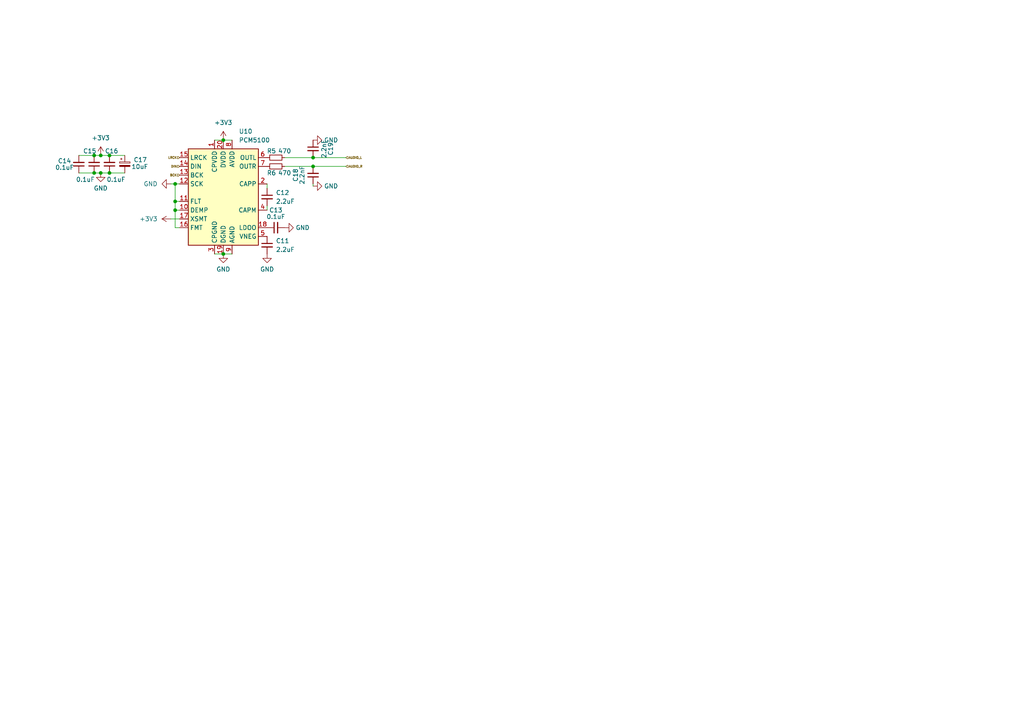
<source format=kicad_sch>
(kicad_sch (version 20230121) (generator eeschema)
  (paper "A4")
  (lib_symbols
    (symbol "Audio:PCM5100"
      (property "Reference" "U" (at -10.16 13.97 0))
      (property "Value" "PCM5100" (at 3.81 13.97 0))
      (symbol "PCM5100_0_1"
        (rectangle (start -10.16 12.7) (end 10.16 -15.24) (stroke (width 0.254)) (fill (type background)))
      )
      (symbol "PCM5100_1_1"
        (pin passive line (at -2.54 15.24 270) (length 2.54) (name "CPVDD") (number "1"))
        (pin input line (at -12.7 -5.08 0) (length 2.54) (name "DEMP") (number "10"))
        (pin input line (at -12.7 -2.54 0) (length 2.54) (name "FLT") (number "11"))
        (pin input line (at -12.7 2.54 0) (length 2.54) (name "SCK") (number "12"))
        (pin input line (at -12.7 5.08 0) (length 2.54) (name "BCK") (number "13"))
        (pin input line (at -12.7 7.62 0) (length 2.54) (name "DIN") (number "14"))
        (pin input line (at -12.7 10.16 0) (length 2.54) (name "LRCK") (number "15"))
        (pin input line (at -12.7 -10.16 0) (length 2.54) (name "FMT") (number "16"))
        (pin input line (at -12.7 -7.62 0) (length 2.54) (name "XSMT") (number "17"))
        (pin passive line (at 12.7 -10.16 180) (length 2.54) (name "LDOO") (number "18"))
        (pin power_in line (at 0 -17.78 90) (length 2.54) (name "DGND") (number "19"))
        (pin passive line (at 12.7 2.54 180) (length 2.54) (name "CAPP") (number "2"))
        (pin power_in line (at 0 15.24 270) (length 2.54) (name "DVDD") (number "20"))
        (pin power_in line (at -2.54 -17.78 90) (length 2.54) (name "CPGND") (number "3"))
        (pin passive line (at 12.7 -5.08 180) (length 2.54) (name "CAPM") (number "4"))
        (pin passive line (at 12.7 -12.7 180) (length 2.54) (name "VNEG") (number "5"))
        (pin output line (at 12.7 10.16 180) (length 2.54) (name "OUTL") (number "6"))
        (pin output line (at 12.7 7.62 180) (length 2.54) (name "OUTR") (number "7"))
        (pin power_in line (at 2.54 15.24 270) (length 2.54) (name "AVDD") (number "8"))
        (pin power_in line (at 2.54 -17.78 90) (length 2.54) (name "AGND") (number "9"))
      )
    )
    (symbol "Device:C_Polarized_Small" (pin_numbers hide) (pin_names (offset 0.254) hide)
      (property "Reference" "C" (at 0.254 1.778 0))
      (property "Value" "C_Polarized_Small" (at 0.254 -2.032 0))
      (symbol "C_Polarized_Small_0_1"
        (rectangle (start -1.524 -0.3048) (end 1.524 -0.6858) (fill (type outline)))
        (rectangle (start -1.524 0.6858) (end 1.524 0.3048))
        (polyline (pts (xy -1.27 1.524) (xy -0.762 1.524)))
        (polyline (pts (xy -1.016 1.27) (xy -1.016 1.778)))
      )
      (symbol "C_Polarized_Small_1_1"
        (pin passive line (at 0 2.54 270) (length 1.8542) (name "~") (number "1"))
        (pin passive line (at 0 -2.54 90) (length 1.8542) (name "~") (number "2"))
      )
    )
    (symbol "Device:C_Small" (pin_numbers hide) (pin_names (offset 0.254) hide)
      (property "Reference" "C" (at 0.254 1.778 0))
      (property "Value" "C_Small" (at 0.254 -2.032 0))
      (symbol "C_Small_0_1"
        (polyline (pts (xy -1.524 -0.508) (xy 1.524 -0.508)) (stroke (width 0.3302)))
        (polyline (pts (xy -1.524 0.508) (xy 1.524 0.508)) (stroke (width 0.3048)))
      )
      (symbol "C_Small_1_1"
        (pin passive line (at 0 2.54 270) (length 2.032) (name "~") (number "1"))
        (pin passive line (at 0 -2.54 90) (length 2.032) (name "~") (number "2"))
      )
    )
    (symbol "Device:R_Small" (pin_numbers hide) (pin_names (offset 0.254) hide)
      (property "Reference" "R" (at 0.762 0.508 0))
      (property "Value" "R_Small" (at 0.762 -1.016 0))
      (symbol "R_Small_0_1"
        (rectangle (start -0.762 1.778) (end 0.762 -1.778) (stroke (width 0.2032)))
      )
      (symbol "R_Small_1_1"
        (pin passive line (at 0 2.54 270) (length 0.762) (name "~") (number "1"))
        (pin passive line (at 0 -2.54 90) (length 0.762) (name "~") (number "2"))
      )
    )
    (symbol "power:+3V3" (power) (pin_names (offset 0))
      (property "Value" "+3V3" (at 0 3.556 0))
      (symbol "+3V3_0_1"
        (polyline (pts (xy -0.762 1.27) (xy 0 2.54)))
        (polyline (pts (xy 0 0) (xy 0 2.54)))
        (polyline (pts (xy 0 2.54) (xy 0.762 1.27)))
      )
      (symbol "+3V3_1_1"
        (pin power_in line (at 0 0 90) (length 0) hide (name "+3V3") (number "1"))
      )
    )
    (symbol "power:GND" (power) (pin_names (offset 0))
      (property "Value" "GND" (at 0 -3.81 0))
      (symbol "GND_0_1"
        (polyline (pts (xy 0 0) (xy 0 -1.27) (xy 1.27 -1.27) (xy 0 -2.54) (xy -1.27 -1.27) (xy 0 -1.27)))
      )
      (symbol "GND_1_1"
        (pin power_in line (at 0 0 270) (length 0) hide (name "GND") (number "1"))
      )
    )
  )
  (junction (at 27.305 50.165))
  (junction (at 50.8 58.42))
  (junction (at 31.75 45.085))
  (junction (at 90.805 45.72))
  (junction (at 31.75 50.165))
  (junction (at 90.805 48.26))
  (junction (at 50.8 53.34))
  (junction (at 50.8 60.96))
  (junction (at 29.21 45.085))
  (junction (at 64.77 40.64))
  (junction (at 29.21 50.165))
  (junction (at 27.305 45.085))
  (junction (at 64.77 73.66))
  (wire (pts (xy 82.55 48.26) (xy 90.805 48.26)))
  (wire (pts (xy 90.805 45.72) (xy 100.33 45.72)))
  (wire (pts (xy 64.77 40.64) (xy 67.31 40.64)))
  (wire (pts (xy 50.8 58.42) (xy 52.07 58.42)))
  (wire (pts (xy 36.195 45.085) (xy 31.75 45.085)))
  (wire (pts (xy 90.805 53.34) (xy 90.805 53.975)))
  (wire (pts (xy 50.8 53.34) (xy 50.8 58.42)))
  (wire (pts (xy 90.805 48.26) (xy 100.33 48.26)))
  (wire (pts (xy 82.55 45.72) (xy 90.805 45.72)))
  (wire (pts (xy 49.53 63.5) (xy 52.07 63.5)))
  (wire (pts (xy 50.8 60.96) (xy 52.07 60.96)))
  (wire (pts (xy 77.47 53.34) (xy 77.47 54.61)))
  (wire (pts (xy 22.86 45.085) (xy 27.305 45.085)))
  (wire (pts (xy 27.305 45.085) (xy 29.21 45.085)))
  (wire (pts (xy 62.23 40.64) (xy 64.77 40.64)))
  (wire (pts (xy 50.8 66.04) (xy 52.07 66.04)))
  (wire (pts (xy 49.53 53.34) (xy 50.8 53.34)))
  (wire (pts (xy 50.8 60.96) (xy 50.8 66.04)))
  (wire (pts (xy 29.21 45.085) (xy 31.75 45.085)))
  (wire (pts (xy 29.21 50.165) (xy 31.75 50.165)))
  (wire (pts (xy 50.8 58.42) (xy 50.8 60.96)))
  (wire (pts (xy 77.47 59.69) (xy 77.47 60.96)))
  (wire (pts (xy 64.77 73.66) (xy 67.31 73.66)))
  (wire (pts (xy 22.86 50.165) (xy 27.305 50.165)))
  (wire (pts (xy 62.23 73.66) (xy 64.77 73.66)))
  (wire (pts (xy 31.75 50.165) (xy 36.195 50.165)))
  (wire (pts (xy 27.305 50.165) (xy 29.21 50.165)))
  (wire (pts (xy 50.8 53.34) (xy 52.07 53.34)))
  (hierarchical_label "AUDIO_L" (shape input) (at 100.33 45.72 0) (effects (font (size 0.635 0.635))))
  (hierarchical_label "AUDIO_R" (shape input) (at 100.33 48.26 0) (effects (font (size 0.635 0.635))))
  (hierarchical_label "LRCK" (shape input) (at 52.07 45.72 180) (effects (font (size 0.635 0.635))))
  (hierarchical_label "BCK" (shape input) (at 52.07 50.8 180) (effects (font (size 0.635 0.635))))
  (hierarchical_label "DIN" (shape input) (at 52.07 48.26 180) (effects (font (size 0.635 0.635))))
  (symbol (lib_id "Device:C_Small") (at 90.805 50.8 180) (unit 1)
    (property "Reference" "C18" (at 85.725 50.8 90))
    (property "Value" "2.2nF" (at 87.63 50.8 90))
    (property "Footprint" "Capacitor_SMD:C_0402_1005Metric" (effects hide))
  )
  (symbol (lib_id "Device:C_Small") (at 22.86 47.625 180) (unit 1)
    (property "Reference" "C14" (at 18.7325 46.6725 0))
    (property "Value" "0.1uF" (at 18.7325 48.5775 0))
    (property "Footprint" "Capacitor_SMD:C_0402_1005Metric" (effects hide))
  )
  (symbol (lib_id "Device:C_Small") (at 80.01 66.04 90) (unit 1)
    (property "Reference" "C13" (at 80.01 60.96 90))
    (property "Value" "0.1uF" (at 80.01 62.865 90))
    (property "Footprint" "Capacitor_SMD:C_0402_1005Metric" (effects hide))
  )
  (symbol (lib_id "Device:C_Small") (at 77.47 57.15 0) (unit 1)
    (property "Reference" "C12" (at 80.01 55.8863 0) (effects (justify left)))
    (property "Value" "2.2uF" (at 80.01 58.4263 0) (effects (justify left)))
    (property "Footprint" "Capacitor_SMD:C_0402_1005Metric" (effects hide))
  )
  (symbol (lib_id "Device:C_Small") (at 90.805 43.18 0) (unit 1)
    (property "Reference" "C19" (at 95.885 43.18 90))
    (property "Value" "2.2nF" (at 93.98 43.18 90))
    (property "Footprint" "Capacitor_SMD:C_0402_1005Metric" (effects hide))
  )
  (symbol (lib_id "power:GND") (at 90.805 53.975 90) (unit 1)
    (property "Reference" "#PWR025" (effects hide))
    (property "Value" "GND" (at 93.98 53.975 90) (effects (justify right)))
  )
  (symbol (lib_id "power:GND") (at 82.55 66.04 90) (unit 1)
    (property "Reference" "#PWR021" (effects hide))
    (property "Value" "GND" (at 85.725 66.04 90) (effects (justify right)))
  )
  (symbol (lib_id "Device:C_Small") (at 27.305 47.625 180) (unit 1)
    (property "Reference" "C15" (at 26.035 43.815 0))
    (property "Value" "0.1uF" (at 24.765 52.07 0))
    (property "Footprint" "Capacitor_SMD:C_0402_1005Metric" (effects hide))
  )
  (symbol (lib_id "Device:C_Polarized_Small") (at 36.195 47.625 0) (unit 1)
    (property "Reference" "C17" (at 38.735 46.355 0) (effects (justify left)))
    (property "Value" "10uF" (at 38.1 48.3489 0) (effects (justify left)))
    (property "Footprint" "Capacitor_Tantalum_SMD:CP_EIA-2012-15_AVX-P" (effects hide))
  )
  (symbol (lib_id "Device:C_Small") (at 77.47 71.12 0) (unit 1)
    (property "Reference" "C11" (at 80.01 69.8563 0) (effects (justify left)))
    (property "Value" "2.2uF" (at 80.01 72.3963 0) (effects (justify left)))
    (property "Footprint" "Capacitor_SMD:C_0402_1005Metric" (effects hide))
  )
  (symbol (lib_id "power:GND") (at 64.77 73.66 0) (unit 1)
    (property "Reference" "#PWR020" (effects hide))
    (property "Value" "GND" (at 64.77 78.105 0))
  )
  (symbol (lib_id "power:GND") (at 29.21 50.165 0) (unit 1)
    (property "Reference" "#PWR024" (effects hide))
    (property "Value" "GND" (at 29.21 54.61 0))
  )
  (symbol (lib_id "Audio:PCM5100") (at 64.77 55.88 0) (unit 1)
    (property "Reference" "U10" (at 69.2659 38.1 0) (effects (justify left)))
    (property "Value" "PCM5100" (at 69.2659 40.64 0) (effects (justify left)))
    (property "Footprint" "Package_SO:TSSOP-20_4.4x6.5mm_P0.65mm" (effects hide))
    (property "Datasheet" "http://www.ti.com/lit/ds/symlink/pcm5100.pdf" (effects hide))
  )
  (symbol (lib_id "power:GND") (at 77.47 73.66 0) (unit 1)
    (property "Reference" "#PWR022" (effects hide))
    (property "Value" "GND" (at 77.47 78.105 0))
  )
  (symbol (lib_id "Device:R_Small") (at 80.01 48.26 90) (unit 1)
    (property "Reference" "R6" (at 78.74 50.165 90))
    (property "Value" "470" (at 82.55 50.165 90))
    (property "Footprint" "Resistor_SMD:R_0402_1005Metric" (effects hide))
  )
  (symbol (lib_id "power:+3V3") (at 64.77 40.64 0) (unit 1)
    (property "Reference" "#PWR019" (effects hide))
    (property "Value" "+3V3" (at 64.77 35.56 0))
  )
  (symbol (lib_id "power:GND") (at 90.805 40.64 90) (unit 1)
    (property "Reference" "#PWR026" (effects hide))
    (property "Value" "GND" (at 93.98 40.64 90) (effects (justify right)))
  )
  (symbol (lib_id "power:+3V3") (at 29.21 45.085 0) (unit 1)
    (property "Reference" "#PWR023" (effects hide))
    (property "Value" "+3V3" (at 29.21 40.005 0))
  )
  (symbol (lib_id "Device:C_Small") (at 31.75 47.625 180) (unit 1)
    (property "Reference" "C16" (at 32.385 43.815 0))
    (property "Value" "0.1uF" (at 33.655 52.07 0))
    (property "Footprint" "Capacitor_SMD:C_0402_1005Metric" (effects hide))
  )
  (symbol (lib_id "power:+3V3") (at 49.53 63.5 90) (unit 1)
    (property "Reference" "#PWR018" (effects hide))
    (property "Value" "+3V3" (at 45.72 63.5 90) (effects (justify left)))
  )
  (symbol (lib_id "power:GND") (at 49.53 53.34 270) (unit 1)
    (property "Reference" "#PWR010" (effects hide))
    (property "Value" "GND" (at 45.72 53.34 90) (effects (justify right)))
  )
  (symbol (lib_id "Device:R_Small") (at 80.01 45.72 90) (unit 1)
    (property "Reference" "R5" (at 78.74 43.815 90))
    (property "Value" "470" (at 82.55 43.815 90))
    (property "Footprint" "Resistor_SMD:R_0402_1005Metric" (effects hide))
  )
)
</source>
